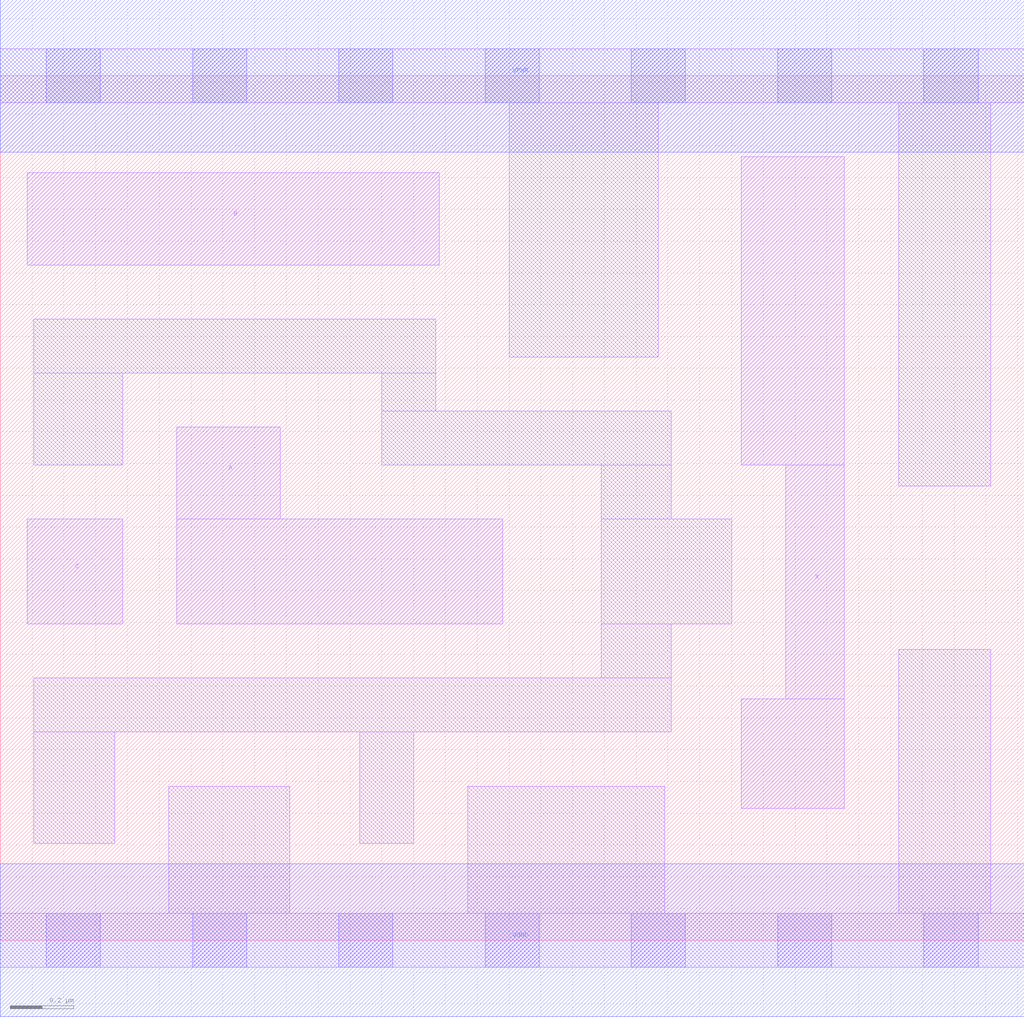
<source format=lef>
# Copyright 2020 The SkyWater PDK Authors
#
# Licensed under the Apache License, Version 2.0 (the "License");
# you may not use this file except in compliance with the License.
# You may obtain a copy of the License at
#
#     https://www.apache.org/licenses/LICENSE-2.0
#
# Unless required by applicable law or agreed to in writing, software
# distributed under the License is distributed on an "AS IS" BASIS,
# WITHOUT WARRANTIES OR CONDITIONS OF ANY KIND, either express or implied.
# See the License for the specific language governing permissions and
# limitations under the License.
#
# SPDX-License-Identifier: Apache-2.0

VERSION 5.7 ;
BUSBITCHARS "[]" ;
DIVIDERCHAR "/" ;
PROPERTYDEFINITIONS
  MACRO maskLayoutSubType STRING ;
  MACRO prCellType STRING ;
  MACRO originalViewName STRING ;
END PROPERTYDEFINITIONS
MACRO sky130_fd_sc_hdll__or3_2
  ORIGIN  0.000000  0.000000 ;
  CLASS CORE ;
  SYMMETRY X Y R90 ;
  SIZE  3.220000 BY  2.720000 ;
  SITE unithd ;
  PIN A
    ANTENNAGATEAREA  0.138600 ;
    DIRECTION INPUT ;
    USE SIGNAL ;
    PORT
      LAYER li1 ;
        RECT 0.555000 0.995000 1.580000 1.325000 ;
        RECT 0.555000 1.325000 0.880000 1.615000 ;
    END
  END A
  PIN B
    ANTENNAGATEAREA  0.138600 ;
    DIRECTION INPUT ;
    USE SIGNAL ;
    PORT
      LAYER li1 ;
        RECT 0.085000 2.125000 1.380000 2.415000 ;
    END
  END B
  PIN C
    ANTENNAGATEAREA  0.138600 ;
    DIRECTION INPUT ;
    USE SIGNAL ;
    PORT
      LAYER li1 ;
        RECT 0.085000 0.995000 0.385000 1.325000 ;
    END
  END C
  PIN X
    ANTENNADIFFAREA  0.530500 ;
    DIRECTION OUTPUT ;
    USE SIGNAL ;
    PORT
      LAYER li1 ;
        RECT 2.330000 0.415000 2.655000 0.760000 ;
        RECT 2.330000 1.495000 2.655000 2.465000 ;
        RECT 2.470000 0.760000 2.655000 1.495000 ;
    END
  END X
  PIN VGND
    DIRECTION INOUT ;
    USE GROUND ;
    PORT
      LAYER met1 ;
        RECT 0.000000 -0.240000 3.220000 0.240000 ;
    END
  END VGND
  PIN VNB
    DIRECTION INOUT ;
    USE GROUND ;
    PORT
    END
  END VNB
  PIN VPB
    DIRECTION INOUT ;
    USE POWER ;
    PORT
    END
  END VPB
  PIN VPWR
    DIRECTION INOUT ;
    USE POWER ;
    PORT
      LAYER met1 ;
        RECT 0.000000 2.480000 3.220000 2.960000 ;
    END
  END VPWR
  OBS
    LAYER li1 ;
      RECT 0.000000 -0.085000 3.220000 0.085000 ;
      RECT 0.000000  2.635000 3.220000 2.805000 ;
      RECT 0.105000  0.305000 0.360000 0.655000 ;
      RECT 0.105000  0.655000 2.110000 0.825000 ;
      RECT 0.105000  1.495000 0.385000 1.785000 ;
      RECT 0.105000  1.785000 1.370000 1.955000 ;
      RECT 0.530000  0.085000 0.910000 0.485000 ;
      RECT 1.130000  0.305000 1.300000 0.655000 ;
      RECT 1.200000  1.495000 2.110000 1.665000 ;
      RECT 1.200000  1.665000 1.370000 1.785000 ;
      RECT 1.470000  0.085000 2.090000 0.485000 ;
      RECT 1.600000  1.835000 2.070000 2.635000 ;
      RECT 1.890000  0.825000 2.110000 0.995000 ;
      RECT 1.890000  0.995000 2.300000 1.325000 ;
      RECT 1.890000  1.325000 2.110000 1.495000 ;
      RECT 2.825000  0.085000 3.115000 0.915000 ;
      RECT 2.825000  1.430000 3.115000 2.635000 ;
    LAYER mcon ;
      RECT 0.145000 -0.085000 0.315000 0.085000 ;
      RECT 0.145000  2.635000 0.315000 2.805000 ;
      RECT 0.605000 -0.085000 0.775000 0.085000 ;
      RECT 0.605000  2.635000 0.775000 2.805000 ;
      RECT 1.065000 -0.085000 1.235000 0.085000 ;
      RECT 1.065000  2.635000 1.235000 2.805000 ;
      RECT 1.525000 -0.085000 1.695000 0.085000 ;
      RECT 1.525000  2.635000 1.695000 2.805000 ;
      RECT 1.985000 -0.085000 2.155000 0.085000 ;
      RECT 1.985000  2.635000 2.155000 2.805000 ;
      RECT 2.445000 -0.085000 2.615000 0.085000 ;
      RECT 2.445000  2.635000 2.615000 2.805000 ;
      RECT 2.905000 -0.085000 3.075000 0.085000 ;
      RECT 2.905000  2.635000 3.075000 2.805000 ;
  END
  PROPERTY maskLayoutSubType "abstract" ;
  PROPERTY prCellType "standard" ;
  PROPERTY originalViewName "layout" ;
END sky130_fd_sc_hdll__or3_2
END LIBRARY

</source>
